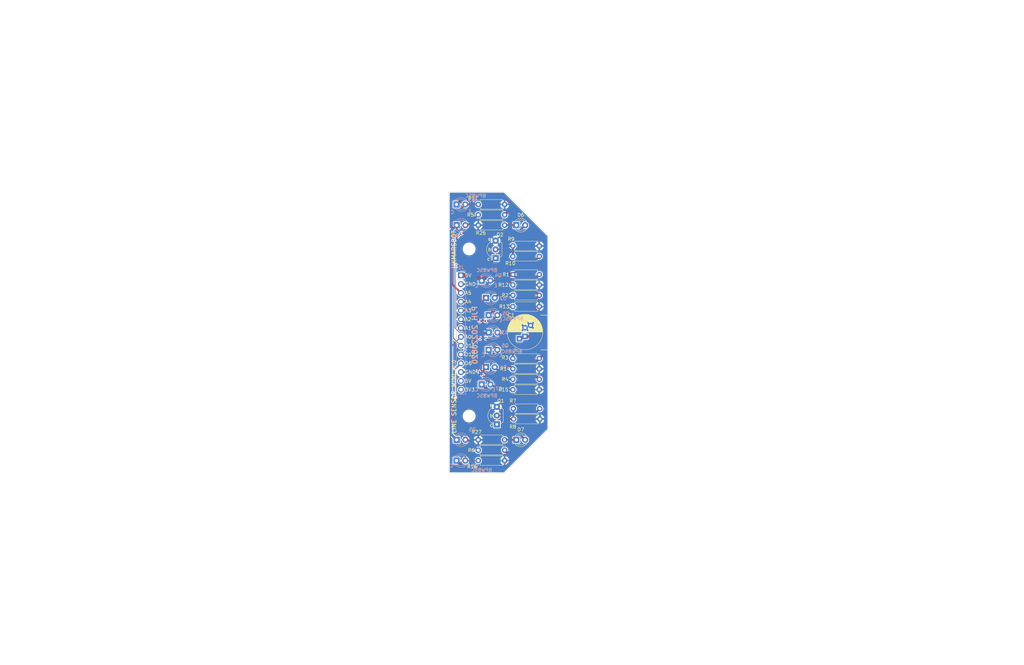
<source format=kicad_pcb>
(kicad_pcb (version 20211014) (generator pcbnew)
  (title_block (title "UKMARSBOT Template") (date "2022-08-19"))
  (layers (0 "F.Cu" signal) (31 "B.Cu" signal) (34 "B.Paste" user) (35 "F.Paste" user) (36 "B.SilkS" user "B.Silkscreen") (37 "F.SilkS" user "F.Silkscreen") (38 "B.Mask" user) (39 "F.Mask" user) (44 "Edge.Cuts" user))
  (net 0 "")
  (net 1 "GND")
  (net 2 "Net-(D1-Pad2)")
  (net 3 "Net-(D2-Pad2)")
  (net 4 "Net-(D3-Pad2)")
  (net 5 "5V")
  (net 6 "D6_LED_RIGHT")
  (net 7 "D12_EMITTERS")
  (net 8 "D11_LED_LEFT")
  (net 9 "A5_LEFT_MARKER")
  (net 10 "A4_LINE_4")
  (net 11 "Net-(Q1-Pad2)")
  (net 12 "/sensor_emitters")
  (net 13 "/marker_emitters")
  (net 15 "A3_LINE_3")
  (net 16 "A2_LINE_2")
  (net 17 "A1_LINE_1")
  (net 18 "A0_START_MARKER")
  (net 19 "Net-(D4-Pad2)")
  (net 21 "/5V_EMITTERS")
  (net 22 "Net-(D5-Pad2)")
  (net 23 "Net-(D6-Pad1)")
  (net 24 "Net-(D7-Pad1)")
  (net 25 "Net-(Q2-Pad2)")
  (footprint "ukmarsbot:TO-92_Inline_Wide_HandSolder" (layer "F.Cu") (at 152.36 131.54 90)
    (fp_text reference "Q1" (at 6.79 1.14 180) (layer "F.SilkS"))
    (fp_text value "BC337")
    (pad "1" thru_hole rect (at 0 0 90) (size 1.8 1.8) (drill 0.8) (layers *.Cu *.Mask) (net 12 "/sensor_emitters"))
    (pad "2" thru_hole circle (at 2.54 0 90) (size 1.8 1.8) (drill 0.8) (layers *.Cu *.Mask) (net 11 "Net-(Q1-Pad2)"))
    (pad "3" thru_hole circle (at 5.08 0 90) (size 1.8 1.8) (drill 0.8) (layers *.Cu *.Mask) (net 1 "GND"))
  )
  (footprint "Resistor_THT:R_Axial_DIN0207_L6.3mm_D2.5mm_P7.62mm_Horizontal" (layer "F.Cu") (at 164.62 112.5 180)
    (fp_text reference "R3" (at 9.87 0.25) (layer "F.SilkS"))
    (fp_text value "68R")
    (pad "1" thru_hole circle (at 0 0 180) (size 1.6 1.6) (drill 0.8) (layers *.Cu *.Mask) (net 21 "/5V_EMITTERS"))
    (pad "2" thru_hole oval (at 7.62 0 180) (size 1.6 1.6) (drill 0.8) (layers *.Cu *.Mask) (net 4 "Net-(D3-Pad2)"))
  )
  (footprint "Resistor_THT:R_Axial_DIN0207_L6.3mm_D2.5mm_P7.62mm_Horizontal" (layer "F.Cu") (at 157 115.5)
    (fp_text reference "R14" (at -2.25 0) (layer "F.SilkS"))
    (fp_text value "2k0")
    (pad "1" thru_hole circle (at 0 0) (size 1.6 1.6) (drill 0.8) (layers *.Cu *.Mask) (net 16 "A2_LINE_2"))
    (pad "2" thru_hole oval (at 7.62 0) (size 1.6 1.6) (drill 0.8) (layers *.Cu *.Mask) (net 1 "GND"))
  )
  (footprint "Resistor_THT:R_Axial_DIN0207_L6.3mm_D2.5mm_P7.62mm_Horizontal" (layer "F.Cu") (at 157 97.5)
    (fp_text reference "R13" (at -2.5 0) (layer "F.SilkS"))
    (fp_text value "2k0")
    (pad "1" thru_hole circle (at 0 0) (size 1.6 1.6) (drill 0.8) (layers *.Cu *.Mask) (net 15 "A3_LINE_3"))
    (pad "2" thru_hole oval (at 7.62 0) (size 1.6 1.6) (drill 0.8) (layers *.Cu *.Mask) (net 1 "GND"))
  )
  (footprint "Resistor_THT:R_Axial_DIN0207_L6.3mm_D2.5mm_P7.62mm_Horizontal" (layer "F.Cu") (at 157 91.25)
    (fp_text reference "R12" (at -2.75 0) (layer "F.SilkS"))
    (fp_text value "2k0")
    (pad "1" thru_hole circle (at 0 0) (size 1.6 1.6) (drill 0.8) (layers *.Cu *.Mask) (net 10 "A4_LINE_4"))
    (pad "2" thru_hole oval (at 7.62 0) (size 1.6 1.6) (drill 0.8) (layers *.Cu *.Mask) (net 1 "GND"))
  )
  (footprint "Resistor_THT:R_Axial_DIN0207_L6.3mm_D2.5mm_P7.62mm_Horizontal" (layer "F.Cu") (at 157 94.25)
    (fp_text reference "R2" (at -2.25 0) (layer "F.SilkS"))
    (fp_text value "68R")
    (pad "1" thru_hole circle (at 0 0) (size 1.6 1.6) (drill 0.8) (layers *.Cu *.Mask) (net 3 "Net-(D2-Pad2)"))
    (pad "2" thru_hole oval (at 7.62 0) (size 1.6 1.6) (drill 0.8) (layers *.Cu *.Mask) (net 21 "/5V_EMITTERS"))
  )
  (footprint "Resistor_THT:R_Axial_DIN0207_L6.3mm_D2.5mm_P7.62mm_Horizontal" (layer "F.Cu") (at 147 142)
    (fp_text reference "R16" (at -1.75 1.75) (layer "F.SilkS"))
    (fp_text value "2k0")
    (pad "1" thru_hole circle (at 0 0) (size 1.6 1.6) (drill 0.8) (layers *.Cu *.Mask) (net 18 "A0_START_MARKER"))
    (pad "2" thru_hole oval (at 7.62 0) (size 1.6 1.6) (drill 0.8) (layers *.Cu *.Mask) (net 1 "GND"))
  )
  (footprint "Resistor_THT:R_Axial_DIN0207_L6.3mm_D2.5mm_P7.62mm_Horizontal" (layer "F.Cu") (at 157 118.5)
    (fp_text reference "R4" (at -2.25 0) (layer "F.SilkS"))
    (fp_text value "68R")
    (pad "1" thru_hole circle (at 0 0) (size 1.6 1.6) (drill 0.8) (layers *.Cu *.Mask) (net 19 "Net-(D4-Pad2)"))
    (pad "2" thru_hole oval (at 7.62 0) (size 1.6 1.6) (drill 0.8) (layers *.Cu *.Mask) (net 21 "/5V_EMITTERS"))
  )
  (footprint "MountingHole:MountingHole_3.2mm_M3" (layer "F.Cu") (at 144.37 129.13)
    (fp_text reference "H1" hide)
    (fp_text value "MountingHole" hide)
    (pad "" np_thru_hole circle (at 0 0) (size 3.2 3.2) (drill 3.2) (layers *.Cu *.Mask))
  )
  (footprint "LED_THT:LED_D3.0mm" (layer "F.Cu") (at 158 136)
    (fp_text reference "D7" (at 1.27 -2.96) (layer "F.SilkS"))
    (fp_text value "LED")
    (pad "1" thru_hole rect (at 0 0) (size 1.8 1.8) (drill 0.9) (layers *.Cu *.Mask) (net 24 "Net-(D7-Pad1)"))
    (pad "2" thru_hole circle (at 2.54 0) (size 1.8 1.8) (drill 0.9) (layers *.Cu *.Mask) (net 6 "D6_LED_RIGHT"))
  )
  (footprint "Resistor_THT:R_Axial_DIN0207_L6.3mm_D2.5mm_P7.62mm_Horizontal" (layer "F.Cu") (at 147 71)
    (fp_text reference "R5" (at -2.25 0 180) (layer "F.SilkS"))
    (fp_text value "68R")
    (pad "1" thru_hole circle (at 0 0) (size 1.6 1.6) (drill 0.8) (layers *.Cu *.Mask) (net 2 "Net-(D1-Pad2)"))
    (pad "2" thru_hole oval (at 7.62 0) (size 1.6 1.6) (drill 0.8) (layers *.Cu *.Mask) (net 5 "5V"))
  )
  (footprint "Resistor_THT:R_Axial_DIN0207_L6.3mm_D2.5mm_P7.62mm_Horizontal" (layer "F.Cu") (at 164.75 127 180)
    (fp_text reference "R7" (at 7.75 2.25) (layer "F.SilkS"))
    (fp_text value "390")
    (pad "1" thru_hole circle (at 0 0 180) (size 1.6 1.6) (drill 0.8) (layers *.Cu *.Mask) (net 7 "D12_EMITTERS"))
    (pad "2" thru_hole oval (at 7.62 0 180) (size 1.6 1.6) (drill 0.8) (layers *.Cu *.Mask) (net 11 "Net-(Q1-Pad2)"))
  )
  (footprint "Resistor_THT:R_Axial_DIN0207_L6.3mm_D2.5mm_P7.62mm_Horizontal" (layer "F.Cu") (at 154.61 136 180)
    (fp_text reference "R27" (at 8.11 2.25) (layer "F.SilkS"))
    (fp_text value "2k0")
    (pad "1" thru_hole circle (at 0 0 180) (size 1.6 1.6) (drill 0.8) (layers *.Cu *.Mask) (net 24 "Net-(D7-Pad1)"))
    (pad "2" thru_hole oval (at 7.62 0 180) (size 1.6 1.6) (drill 0.8) (layers *.Cu *.Mask) (net 1 "GND"))
  )
  (footprint "LED_THT:LED_D3.0mm" (layer "F.Cu") (at 158 74)
    (fp_text reference "D6" (at 1.27 -2.96) (layer "F.SilkS"))
    (fp_text value "LED")
    (pad "1" thru_hole rect (at 0 0) (size 1.8 1.8) (drill 0.9) (layers *.Cu *.Mask) (net 23 "Net-(D6-Pad1)"))
    (pad "2" thru_hole circle (at 2.54 0) (size 1.8 1.8) (drill 0.9) (layers *.Cu *.Mask) (net 8 "D11_LED_LEFT"))
  )
  (footprint "ukmarsbot:TO-92_Inline_Wide_HandSolder" (layer "F.Cu") (at 152 83.54 90)
    (fp_text reference "Q2" (at 6.79 1.25 180) (layer "F.SilkS"))
    (fp_text value "BC337")
    (pad "1" thru_hole rect (at 0 0 90) (size 1.8 1.8) (drill 0.8) (layers *.Cu *.Mask) (net 13 "/marker_emitters"))
    (pad "2" thru_hole circle (at 2.54 0 90) (size 1.8 1.8) (drill 0.8) (layers *.Cu *.Mask) (net 25 "Net-(Q2-Pad2)"))
    (pad "3" thru_hole circle (at 5.08 0 90) (size 1.8 1.8) (drill 0.8) (layers *.Cu *.Mask) (net 1 "GND"))
  )
  (footprint "Resistor_THT:R_Axial_DIN0207_L6.3mm_D2.5mm_P7.62mm_Horizontal" (layer "F.Cu") (at 147 68)
    (fp_text reference "R11" (at -1.5 -1.75) (layer "F.SilkS"))
    (fp_text value "2k0")
    (pad "1" thru_hole circle (at 0 0) (size 1.6 1.6) (drill 0.8) (layers *.Cu *.Mask) (net 9 "A5_LEFT_MARKER"))
    (pad "2" thru_hole oval (at 7.62 0) (size 1.6 1.6) (drill 0.8) (layers *.Cu *.Mask) (net 1 "GND"))
  )
  (footprint "Resistor_THT:R_Axial_DIN0207_L6.3mm_D2.5mm_P7.62mm_Horizontal" (layer "F.Cu") (at 157 121.5)
    (fp_text reference "R15" (at -2.75 0) (layer "F.SilkS"))
    (fp_text value "2k0")
    (pad "1" thru_hole circle (at 0 0) (size 1.6 1.6) (drill 0.8) (layers *.Cu *.Mask) (net 17 "A1_LINE_1"))
    (pad "2" thru_hole oval (at 7.62 0) (size 1.6 1.6) (drill 0.8) (layers *.Cu *.Mask) (net 1 "GND"))
  )
  (footprint "Resistor_THT:R_Axial_DIN0207_L6.3mm_D2.5mm_P7.62mm_Horizontal" (layer "F.Cu") (at 154.62 139 180)
    (fp_text reference "R6" (at 9.62 0) (layer "F.SilkS"))
    (fp_text value "68R")
    (pad "1" thru_hole circle (at 0 0 180) (size 1.6 1.6) (drill 0.8) (layers *.Cu *.Mask) (net 5 "5V"))
    (pad "2" thru_hole oval (at 7.62 0 180) (size 1.6 1.6) (drill 0.8) (layers *.Cu *.Mask) (net 22 "Net-(D5-Pad2)"))
  )
  (footprint "MountingHole:MountingHole_3.2mm_M3" (layer "F.Cu") (at 144.37 80.87)
    (fp_text reference "H2" hide)
    (fp_text value "MountingHole" hide)
    (pad "" np_thru_hole circle (at 0 0) (size 3.2 3.2) (drill 3.2) (layers *.Cu *.Mask))
  )
  (footprint "Resistor_THT:R_Axial_DIN0207_L6.3mm_D2.5mm_P7.62mm_Horizontal" (layer "F.Cu") (at 164.62 83 180)
    (fp_text reference "R9" (at 8.12 5) (layer "F.SilkS"))
    (fp_text value "390")
    (pad "1" thru_hole circle (at 0 0 180) (size 1.6 1.6) (drill 0.8) (layers *.Cu *.Mask) (net 7 "D12_EMITTERS"))
    (pad "2" thru_hole oval (at 7.62 0 180) (size 1.6 1.6) (drill 0.8) (layers *.Cu *.Mask) (net 25 "Net-(Q2-Pad2)"))
  )
  (footprint "Resistor_THT:R_Axial_DIN0207_L6.3mm_D2.5mm_P7.62mm_Horizontal" (layer "F.Cu") (at 157 80)
    (fp_text reference "R10" (at -0.75 5) (layer "F.SilkS"))
    (fp_text value "10k")
    (pad "1" thru_hole circle (at 0 0) (size 1.6 1.6) (drill 0.8) (layers *.Cu *.Mask) (net 25 "Net-(Q2-Pad2)"))
    (pad "2" thru_hole oval (at 7.62 0) (size 1.6 1.6) (drill 0.8) (layers *.Cu *.Mask) (net 1 "GND"))
  )
  (footprint "Capacitor_THT:CP_Radial_D10.0mm_P2.50mm_P5.00mm" (layer "F.Cu") (at 160.5 106.117677 90)
    (fp_text reference "C1" (at 6.117677 -4 180) (layer "F.SilkS"))
    (fp_text value "470uF")
    (pad "1" thru_hole rect (at -0.670937 -1.6 90) (size 1.6 1.6) (drill 0.8) (layers *.Cu *.Mask) (net 21 "/5V_EMITTERS"))
    (pad "1" thru_hole rect (at 0 0 90) (size 1.6 1.6) (drill 0.8) (layers *.Cu *.Mask) (net 21 "/5V_EMITTERS"))
    (pad "2" thru_hole circle (at 2.5 0 90) (size 1.6 1.6) (drill 0.8) (layers *.Cu *.Mask) (net 1 "GND"))
    (pad "2" thru_hole circle (at 3.170937 1.6 90) (size 1.6 1.6) (drill 0.8) (layers *.Cu *.Mask) (net 1 "GND"))
  )
  (footprint "Resistor_THT:R_Axial_DIN0207_L6.3mm_D2.5mm_P7.62mm_Horizontal" (layer "F.Cu") (at 157.19 130)
    (fp_text reference "R8" (at -0.19 2.25) (layer "F.SilkS"))
    (fp_text value "10k")
    (pad "1" thru_hole circle (at 0 0) (size 1.6 1.6) (drill 0.8) (layers *.Cu *.Mask) (net 11 "Net-(Q1-Pad2)"))
    (pad "2" thru_hole oval (at 7.62 0) (size 1.6 1.6) (drill 0.8) (layers *.Cu *.Mask) (net 1 "GND"))
  )
  (footprint "Resistor_THT:R_Axial_DIN0207_L6.3mm_D2.5mm_P7.62mm_Horizontal" (layer "F.Cu") (at 154.61 74 180)
    (fp_text reference "R26" (at 6.86 -2.25) (layer "F.SilkS"))
    (fp_text value "2k0")
    (pad "1" thru_hole circle (at 0 0 180) (size 1.6 1.6) (drill 0.8) (layers *.Cu *.Mask) (net 23 "Net-(D6-Pad1)"))
    (pad "2" thru_hole oval (at 7.62 0 180) (size 1.6 1.6) (drill 0.8) (layers *.Cu *.Mask) (net 1 "GND"))
  )
  (footprint "Resistor_THT:R_Axial_DIN0207_L6.3mm_D2.5mm_P7.62mm_Horizontal" (layer "F.Cu") (at 164.62 88.25 180)
    (fp_text reference "R1" (at 9.62 0) (layer "F.SilkS"))
    (fp_text value "33R")
    (pad "1" thru_hole circle (at 0 0 180) (size 1.6 1.6) (drill 0.8) (layers *.Cu *.Mask) (net 21 "/5V_EMITTERS"))
    (pad "2" thru_hole oval (at 7.62 0 180) (size 1.6 1.6) (drill 0.8) (layers *.Cu *.Mask) (net 5 "5V"))
  )
  (footprint "LED_THT:LED_D3.0mm" (layer "B.Cu") (at 140.75 74)
    (fp_text reference "D1" (at -0.25 2.96) (layer "B.SilkS") (effects (justify mirror)))
    (fp_text value "LED")
    (pad "1" thru_hole rect (at 0 0) (size 1.8 1.8) (drill 0.9) (layers *.Cu *.Mask) (net 13 "/marker_emitters"))
    (pad "2" thru_hole circle (at 2.54 0) (size 1.8 1.8) (drill 0.9) (layers *.Cu *.Mask) (net 2 "Net-(D1-Pad2)"))
  )
  (footprint "LED_THT:LED_D3.0mm" (layer "B.Cu") (at 149.225 115)
    (fp_text reference "D4" (at 5.025 0) (layer "B.SilkS") (effects (justify mirror)))
    (fp_text value "LED")
    (pad "1" thru_hole rect (at 0 0) (size 1.8 1.8) (drill 0.9) (layers *.Cu *.Mask) (net 12 "/sensor_emitters"))
    (pad "2" thru_hole circle (at 2.54 0) (size 1.8 1.8) (drill 0.9) (layers *.Cu *.Mask) (net 19 "Net-(D4-Pad2)"))
  )
  (footprint "ukmarsbot:Phototransistor_3mm_Vertical_Clear" (layer "B.Cu") (at 149.25 120)
    (fp_text reference "Q7" (at 3.75 1.25 180) (layer "B.SilkS") (effects (justify mirror)))
    (fp_text value "BPW85C" (at 0.25 3.25 180) (layer "B.SilkS") (effects (justify mirror)))
    (fp_text user "E" (at 2.23 1.5 unlocked) (layer "B.SilkS") (effects (justify mirror)))
    (fp_text user "C" (at -2.77 1.5 unlocked) (layer "B.SilkS") (effects (justify mirror)))
    (pad "1" thru_hole rect (at -1.27 0) (size 1.8 1.8) (drill 0.9) (layers *.Cu *.Mask) (net 5 "5V"))
    (pad "2" thru_hole circle (at 1.27 0) (size 1.8 1.8) (drill 0.9) (layers *.Cu *.Mask) (net 17 "A1_LINE_1"))
  )
  (footprint "ukmarsbot:Phototransistor_3mm_Vertical_Clear" (layer "B.Cu") (at 151.25 100)
    (fp_text reference "Q5" (at 3.75 -0.5 180) (layer "B.SilkS") (effects (justify mirror)))
    (fp_text value "BPW85C" (at 5.75 1 180) (layer "B.SilkS") (effects (justify mirror)))
    (fp_text user "C" (at -2.77 1.5 unlocked) (layer "B.SilkS") (effects (justify mirror)))
    (fp_text user "E" (at 2.23 1.5 unlocked) (layer "B.SilkS") (effects (justify mirror)))
    (pad "1" thru_hole rect (at -1.27 0) (size 1.8 1.8) (drill 0.9) (layers *.Cu *.Mask) (net 5 "5V"))
    (pad "2" thru_hole circle (at 1.27 0) (size 1.8 1.8) (drill 0.9) (layers *.Cu *.Mask) (net 15 "A3_LINE_3"))
  )
  (footprint "ukmarsbot:Phototransistor_3mm_Vertical_Clear" (layer "B.Cu") (at 149.25 90)
    (fp_text reference "Q4" (at 3.5 -1.5 180) (layer "B.SilkS") (effects (justify mirror)))
    (fp_text value "BPW85C" (at 0.25 -3 180) (layer "B.SilkS") (effects (justify mirror)))
    (fp_text user "C" (at -2.75 1.5 unlocked) (layer "B.SilkS") (effects (justify mirror)))
    (fp_text user "E" (at 2.75 1.5 unlocked) (layer "B.SilkS") (effects (justify mirror)))
    (pad "1" thru_hole rect (at -1.27 0) (size 1.8 1.8) (drill 0.9) (layers *.Cu *.Mask) (net 5 "5V"))
    (pad "2" thru_hole circle (at 1.27 0) (size 1.8 1.8) (drill 0.9) (layers *.Cu *.Mask) (net 10 "A4_LINE_4"))
  )
  (footprint "LED_THT:LED_D3.0mm" (layer "B.Cu") (at 150 105)
    (fp_text reference "D3" (at 4.775 0) (layer "B.SilkS") (effects (justify mirror)))
    (fp_text value "LED")
    (pad "1" thru_hole rect (at 0 0) (size 1.8 1.8) (drill 0.9) (layers *.Cu *.Mask) (net 12 "/sensor_emitters"))
    (pad "2" thru_hole circle (at 2.54 0) (size 1.8 1.8) (drill 0.9) (layers *.Cu *.Mask) (net 4 "Net-(D3-Pad2)"))
  )
  (footprint "ukmarsbot:Phototransistor_3mm_Vertical_Clear" (layer "B.Cu") (at 142 142)
    (fp_text reference "Q8" (at 4 1.5 180) (layer "B.SilkS") (effects (justify mirror)))
    (fp_text value "BPW85C" (at 6 2.75 180) (layer "B.SilkS") (effects (justify mirror)))
    (fp_text user "E" (at 2.23 1.5 unlocked) (layer "B.SilkS") (effects (justify mirror)))
    (fp_text user "C" (at -2.77 1.5 unlocked) (layer "B.SilkS") (effects (justify mirror)))
    (pad "1" thru_hole rect (at -1.27 0) (size 1.8 1.8) (drill 0.9) (layers *.Cu *.Mask) (net 5 "5V"))
    (pad "2" thru_hole circle (at 1.27 0) (size 1.8 1.8) (drill 0.9) (layers *.Cu *.Mask) (net 18 "A0_START_MARKER"))
  )
  (footprint "LED_THT:LED_D3.0mm" (layer "B.Cu") (at 140.75 136)
    (fp_text reference "D5" (at 4.5 -3) (layer "B.SilkS") (effects (justify mirror)))
    (fp_text value "LED")
    (pad "1" thru_hole rect (at 0 0) (size 1.8 1.8) (drill 0.9) (layers *.Cu *.Mask) (net 13 "/marker_emitters"))
    (pad "2" thru_hole circle (at 2.54 0) (size 1.8 1.8) (drill 0.9) (layers *.Cu *.Mask) (net 22 "Net-(D5-Pad2)"))
  )
  (footprint "ukmarsbot:PinHeader_1x14_P2.54mm_Vertical" (layer "B.Cu") (at 142 88.49 180)
    (fp_text reference "J1" (at 0 2.33) (layer "B.SilkS") (effects (justify mirror)))
    (fp_text value "SENSORS")
    (pad "1" thru_hole rect (at 0 0 180) (size 1.7 1.7) (drill 1) (layers *.Cu *.Mask) (net 5 "5V"))
    (pad "2" thru_hole oval (at 0 -2.54 180) (size 1.7 1.7) (drill 1) (layers *.Cu *.Mask) (net 1 "GND"))
    (pad "3" thru_hole oval (at 0 -5.08 180) (size 1.7 1.7) (drill 1) (layers *.Cu *.Mask) (net 9 "A5_LEFT_MARKER"))
    (pad "4" thru_hole oval (at 0 -7.62 180) (size 1.7 1.7) (drill 1) (layers *.Cu *.Mask) (net 10 "A4_LINE_4"))
    (pad "5" thru_hole oval (at 0 -10.16 180) (size 1.7 1.7) (drill 1) (layers *.Cu *.Mask) (net 15 "A3_LINE_3"))
    (pad "6" thru_hole oval (at 0 -12.7 180) (size 1.7 1.7) (drill 1) (layers *.Cu *.Mask) (net 16 "A2_LINE_2"))
    (pad "7" thru_hole oval (at 0 -15.24 180) (size 1.7 1.7) (drill 1) (layers *.Cu *.Mask) (net 17 "A1_LINE_1"))
    (pad "8" thru_hole oval (at 0 -17.78 180) (size 1.7 1.7) (drill 1) (layers *.Cu *.Mask) (net 18 "A0_START_MARKER"))
    (pad "9" thru_hole oval (at 0 -20.32 180) (size 1.7 1.7) (drill 1) (layers *.Cu *.Mask) (net 8 "D11_LED_LEFT"))
    (pad "10" thru_hole oval (at 0 -22.86 180) (size 1.7 1.7) (drill 1) (layers *.Cu *.Mask) (net 7 "D12_EMITTERS"))
    (pad "11" thru_hole oval (at 0 -25.4 180) (size 1.7 1.7) (drill 1) (layers *.Cu *.Mask) (net 6 "D6_LED_RIGHT"))
    (pad "12" thru_hole oval (at 0 -27.94 180) (size 1.7 1.7) (drill 1) (layers *.Cu *.Mask) (net 1 "GND"))
    (pad "13" thru_hole oval (at 0 -30.48 180) (size 1.7 1.7) (drill 1) (layers *.Cu *.Mask))
    (pad "14" thru_hole oval (at 0 -33.02 180) (size 1.7 1.7) (drill 1) (layers *.Cu *.Mask))
  )
  (footprint "ukmarsbot:Phototransistor_3mm_Vertical_Clear" (layer "B.Cu") (at 142 68)
    (fp_text reference "Q3" (at 3.25 -1.25 180) (layer "B.SilkS") (effects (justify mirror)))
    (fp_text value "BPW85C" (at 4.25 -2.5 180) (layer "B.SilkS") (effects (justify mirror)))
    (fp_text user "E" (at 2.5 2 unlocked) (layer "B.SilkS") (effects (justify mirror)))
    (fp_text user "C" (at -2.5 2.25 unlocked) (layer "B.SilkS") (effects (justify mirror)))
    (pad "1" thru_hole rect (at -1.27 0) (size 1.8 1.8) (drill 0.9) (layers *.Cu *.Mask) (net 5 "5V"))
    (pad "2" thru_hole circle (at 1.27 0) (size 1.8 1.8) (drill 0.9) (layers *.Cu *.Mask) (net 9 "A5_LEFT_MARKER"))
  )
  (footprint "LED_THT:LED_D3.0mm" (layer "B.Cu") (at 149.225 95)
    (fp_text reference "D2" (at 4.95 0.17) (layer "B.SilkS") (effects (justify mirror)))
    (fp_text value "LED")
    (pad "1" thru_hole rect (at 0 0) (size 1.8 1.8) (drill 0.9) (layers *.Cu *.Mask) (net 12 "/sensor_emitters"))
    (pad "2" thru_hole circle (at 2.54 0) (size 1.8 1.8) (drill 0.9) (layers *.Cu *.Mask) (net 3 "Net-(D2-Pad2)"))
  )
  (footprint "ukmarsbot:Phototransistor_3mm_Vertical_Clear" (layer "B.Cu") (at 151.25 110)
    (fp_text reference "Q6" (at 3.5 -1.25 180) (layer "B.SilkS") (effects (justify mirror)))
    (fp_text value "BPW85C" (at 5.5 0.5 180) (layer "B.SilkS") (effects (justify mirror)))
    (fp_text user "C" (at -2.77 1.5 unlocked) (layer "B.SilkS") (effects (justify mirror)))
    (fp_text user "E" (at 2.23 1.5 unlocked) (layer "B.SilkS") (effects (justify mirror)))
    (pad "1" thru_hole rect (at -1.27 0) (size 1.8 1.8) (drill 0.9) (layers *.Cu *.Mask) (net 5 "5V"))
    (pad "2" thru_hole circle (at 1.27 0) (size 1.8 1.8) (drill 0.9) (layers *.Cu *.Mask) (net 16 "A2_LINE_2"))
  )
  (gr_line (start 167 100) (end 165 100) (layer "F.SilkS") (width 0.15))
  (gr_line (start 167 110) (end 165 110) (layer "F.SilkS") (width 0.15))
  (gr_line (start 154.53 64.36) (end 167.23 77.06) (layer "Edge.Cuts") (width 0.1))
  (gr_line (start 167.23 132.94) (end 154.53 145.64) (layer "Edge.Cuts") (width 0.1))
  (gr_line (start 167.23 77.06) (end 167.23 132.94) (layer "Edge.Cuts") (width 0.1))
  (gr_line (start 154.53 145.64) (end 138.528 145.64) (layer "Edge.Cuts") (width 0.1))
  (gr_line (start 138.528 64.36) (end 154.53 64.36) (layer "Edge.Cuts") (width 0.1))
  (gr_line (start 138.528 145.64) (end 138.528 64.36) (layer "Edge.Cuts") (width 0.1))
  (gr_text "PJH 20220820" (at 146 105.75 90) (layer "B.SilkS") (effects (font (size 1.5 1.5) (thickness 0.3)) (justify mirror)))
  (gr_text "5V" (at 143.1 118.97) (layer "F.SilkS") (effects (font (size 1 1)) (justify left)))
  (gr_text "A3" (at 143.1 98.65) (layer "F.SilkS") (effects (font (size 1 1)) (justify left)))
  (gr_text "LINE SENSOR MINI" (at 140 125.5 90) (layer "F.SilkS") (effects (font (size 1.25 1.25) (thickness 0.2))))
  (gr_text "c" (at 150 83.75) (layer "F.SilkS") (effects (font (size 1 1))))
  (gr_text "3V3" (at 143.1 121.51) (layer "F.SilkS") (effects (font (size 1 1)) (justify left)))
  (gr_text "c" (at 150.75 131.75) (layer "F.SilkS") (effects (font (size 1 1))))
  (gr_text "D6" (at 143.1 113.89) (layer "F.SilkS") (effects (font (size 1 1)) (justify left)))
  (gr_text "A0" (at 143.1 106.27) (layer "F.SilkS") (effects (font (size 1 1)) (justify left)))
  (gr_text "e" (at 150.75 126) (layer "F.SilkS") (effects (font (size 1 1))))
  (gr_text "GND" (at 143.1 91.03) (layer "F.SilkS") (effects (font (size 1 1)) (justify left)))
  (gr_text "V1.0" (at 140 114.5 90) (layer "F.SilkS") (effects (font (size 1 1))))
  (gr_text "A4" (at 143.1 96.11) (layer "F.SilkS") (effects (font (size 1 1)) (justify left)))
  (gr_text "D11" (at 143.1 108.81) (layer "F.SilkS") (effects (font (size 1 1)) (justify left)))
  (gr_text "GND" (at 143.1 116.43) (layer "F.SilkS") (effects (font (size 1 1)) (justify left)))
  (gr_text "UKMARSBOT" (at 140 81 90) (layer "F.SilkS") (effects (font (size 1.25 1.25) (thickness 0.2))))
  (gr_text "A2" (at 143.1 101.19) (layer "F.SilkS") (effects (font (size 1 1)) (justify left)))
  (gr_text "A1" (at 143.1 103.73) (layer "F.SilkS") (effects (font (size 1 1)) (justify left)))
  (gr_text "A5" (at 143.1 93.57) (layer "F.SilkS") (effects (font (size 1 1)) (justify left)))
  (gr_text "5V" (at 143.1 88.49) (layer "F.SilkS") (effects (font (size 1 1)) (justify left)))
  (gr_text "D12" (at 143.1 111.35) (layer "F.SilkS") (effects (font (size 1 1)) (justify left)))
  (gr_text "e" (at 150.25 78) (layer "F.SilkS") (effects (font (size 1 1))))
  (gr_text "b" (at 150.75 129) (layer "F.SilkS") (effects (font (size 1 1))))
  (gr_text "b" (at 150.25 81) (layer "F.SilkS") (effects (font (size 1 1))))
  (segment (start 143.29 74) (end 144 74) (width 0.5) (layer "F.Cu") (net 2))
  (segment (start 144 74) (end 147 71) (width 0.5) (layer "F.Cu") (net 2))
  (segment (start 152.515 94.25) (end 157 94.25) (width 0.5) (layer "F.Cu") (net 3))
  (segment (start 151.765 95) (end 152.515 94.25) (width 0.5) (layer "F.Cu") (net 3))
  (segment (start 152.54 105) (end 157 109.46) (width 0.5) (layer "F.Cu") (net 4))
  (segment (start 157 109.46) (end 157 112.5) (width 0.5) (layer "F.Cu") (net 4))
  (segment (start 150 110.7) (end 156.3 117) (width 0.5) (layer "F.Cu") (net 5))
  (segment (start 164.408202 120.055969) (end 166.444031 120.055969) (width 0.5) (layer "F.Cu") (net 5))
  (segment (start 157.187638 68.562362) (end 153.875276 65.25) (width 0.75) (layer "F.Cu") (net 5))
  (segment (start 166.444031 86.444031) (end 166.444031 77.818756) (width 0.75) (layer "F.Cu") (net 5))
  (segment (start 154.01548 144.75) (end 143.5 144.75) (width 0.75) (layer "F.Cu") (net 5))
  (segment (start 150 110) (end 150 110.7) (width 0.5) (layer "F.Cu") (net 5))
  (segment (start 142 88.49) (end 146.47 88.49) (width 1.25) (layer "F.Cu") (net 5))
  (segment (start 166.444031 77.818756) (end 157.187638 68.562362) (width 0.75) (layer "F.Cu") (net 5))
  (segment (start 150 100) (end 154.1 95.9) (width 0.5) (layer "F.Cu") (net 5))
  (segment (start 166.444031 86.444031) (end 166.444031 119.805969) (width 0.75) (layer "F.Cu") (net 5))
  (segment (start 151.169031 123.194031) (end 166.444031 123.194031) (width 0.5) (layer "F.Cu") (net 5))
  (segment (start 156.3 117) (end 161.352233 117) (width 0.5) (layer "F.Cu") (net 5))
  (segment (start 149.73 88.25) (end 157 88.25) (width 1.25) (layer "F.Cu") (net 5))
  (segment (start 154.1 95.9) (end 158 95.9) (width 0.5) (layer "F.Cu") (net 5))
  (segment (start 166.444031 119.805969) (end 166.444031 120.055969) (width 0.75) (layer "F.Cu") (net 5))
  (segment (start 166.444031 132.321449) (end 157.25774 141.50774) (width 0.75) (layer "F.Cu") (net 5))
  (segment (start 166.444031 123.194031) (end 166.444031 132.321449) (width 0.75) (layer "F.Cu") (net 5))
  (segment (start 157 88.25) (end 158.805969 86.444031) (width 0.5) (layer "F.Cu") (net 5))
  (segment (start 158.805969 86.444031) (end 166.444031 86.444031) (width 0.5) (layer "F.Cu") (net 5))
  (segment (start 147.975 120) (end 151.169031 123.194031) (width 0.5) (layer "F.Cu") (net 5))
  (segment (start 166.444031 120.055969) (end 166.444031 123.194031) (width 0.75) (layer "F.Cu") (net 5))
  (segment (start 143.5 144.75) (end 140.75 142) (width 0.75) (layer "F.Cu") (net 5))
  (segment (start 153.875276 65.25) (end 143.5 65.25) (width 0.75) (layer "F.Cu") (net 5))
  (segment (start 158.9 90.15) (end 157 88.25) (width 0.5) (layer "F.Cu") (net 5))
  (segment (start 154.62 71) (end 157.057638 68.562362) (width 0.75) (layer "F.Cu") (net 5))
  (segment (start 146.47 88.49) (end 147.98 90) (width 1.25) (layer "F.Cu") (net 5))
  (segment (start 158.9 95) (end 158.9 90.15) (width 0.5) (layer "F.Cu") (net 5))
  (segment (start 158 95.9) (end 158.9 95) (width 0.5) (layer "F.Cu") (net 5))
  (segment (start 157.12774 141.50774) (end 157.25774 141.50774) (width 0.75) (layer "F.Cu") (net 5))
  (segment (start 157.25774 141.50774) (end 154.01548 144.75) (width 0.75) (layer "F.Cu") (net 5))
  (segment (start 147.98 90) (end 149.73 88.25) (width 1.25) (layer "F.Cu") (net 5))
  (segment (start 143.5 65.25) (end 140.75 68) (width 0.75) (layer "F.Cu") (net 5))
  (segment (start 154.62 139) (end 157.12774 141.50774) (width 0.75) (layer "F.Cu") (net 5))
  (segment (start 157.057638 68.562362) (end 157.187638 68.562362) (width 0.75) (layer "F.Cu") (net 5))
  (segment (start 161.352233 117) (end 164.408202 120.055969) (width 0.5) (layer "F.Cu") (net 5))
  (segment (start 143.410756 134.65) (end 159.19 134.65) (width 0.5) (layer "F.Cu") (net 6))
  (segment (start 139.800499 131.039743) (end 143.410756 134.65) (width 0.5) (layer "F.Cu") (net 6))
  (segment (start 140.25 123.75) (end 139.800499 124.199501) (width 0.5) (layer "F.Cu") (net 6))
  (segment (start 139.800499 124.199501) (end 139.800499 131.039743) (width 0.5) (layer "F.Cu") (net 6))
  (segment (start 159.19 134.65) (end 160.54 136) (width 0.5) (layer "F.Cu") (net 6))
  (via (at 140.25 123.75) (size 0.8) (drill 0.4) (layers "F.Cu" "B.Cu") (net 6))
  (segment (start 140 123.5) (end 140.25 123.75) (width 0.5) (layer "B.Cu") (net 6))
  (segment (start 140 115.89) (end 140 123.5) (width 0.5) (layer "B.Cu") (net 6))
  (segment (start 142 113.89) (end 140 115.89) (width 0.5) (layer "B.Cu") (net 6))
  (segment (start 164.75 127) (end 158 133.75) (width 0.5) (layer "F.Cu") (net 7))
  (segment (start 161.92 85.7) (end 164.62 83) (width 0.5) (layer "F.Cu") (net 7))
  (segment (start 140.5 126) (end 143.75 122.75) (width 0.5) (layer "F.Cu") (net 7))
  (segment (start 143.75 122.75) (end 143.75 113.1) (width 0.5) (layer "F.Cu") (net 7))
  (segment (start 140.5 130.75) (end 140.5 126) (width 0.5) (layer "F.Cu") (net 7))
  (segment (start 158 133.75) (end 143.5 133.75) (width 0.5) (layer "F.Cu") (net 7))
  (segment (start 143.75 113.1) (end 142 111.35) (width 0.5) (layer "F.Cu") (net 7))
  (segment (start 140.7 85.7) (end 161.92 85.7) (width 0.5) (layer "F.Cu") (net 7))
  (segment (start 143.5 133.75) (end 140.5 130.75) (width 0.5) (layer "F.Cu") (net 7))
  (via (at 140.7 85.7) (size 0.8) (drill 0.4) (layers "F.Cu" "B.Cu") (net 7))
  (segment (start 141.504511 104.904511) (end 140.302002 103.702002) (width 0.25) (layer "B.Cu") (net 7))
  (segment (start 140.302002 103.702002) (end 140.302002 86.097998) (width 0.25) (layer "B.Cu") (net 7))
  (segment (start 143.174511 110.175489) (end 143.174511 105.592523) (width 0.25) (layer "B.Cu") (net 7))
  (segment (start 143.174511 105.592523) (end 142.486499 104.904511) (width 0.25) (layer "B.Cu") (net 7))
  (segment (start 140.302002 86.097998) (end 140.7 85.7) (width 0.25) (layer "B.Cu") (net 7))
  (segment (start 142 111.35) (end 143.174511 110.175489) (width 0.25) (layer "B.Cu") (net 7))
  (segment (start 142.486499 104.904511) (end 141.504511 104.904511) (width 0.25) (layer "B.Cu") (net 7))
  (segment (start 160.54 74) (end 158.24 76.3) (width 0.5) (layer "F.Cu") (net 8))
  (segment (start 158.24 76.3) (end 142.2 76.3) (width 0.5) (layer "F.Cu") (net 8))
  (via (at 142.2 76.3) (size 0.8) (drill 0.4) (layers "F.Cu" "B.Cu") (net 8))
  (segment (start 139.852501 78.647499) (end 142.2 76.3) (width 0.25) (layer "B.Cu") (net 8))
  (segment (start 142 108.81) (end 139.852501 106.662501) (width 0.25) (layer "B.Cu") (net 8))
  (segment (start 139.852501 106.662501) (end 139.852501 78.647499) (width 0.25) (layer "B.Cu") (net 8))
  (segment (start 143.29 68) (end 139.4 71.89) (width 0.5) (layer "F.Cu") (net 9))
  (segment (start 143.29 68) (end 147 68) (width 0.5) (layer "F.Cu") (net 9))
  (segment (start 139.4 71.89) (end 139.4 90.97) (width 0.5) (layer "F.Cu") (net 9))
  (segment (start 139.4 90.97) (end 142 93.57) (width 0.5) (layer "F.Cu") (net 9))
  (segment (start 150.52 90) (end 155.75 90) (width 0.5) (layer "F.Cu") (net 10))
  (segment (start 142 96.11) (end 144.41 96.11) (width 0.5) (layer "F.Cu") (net 10))
  (segment (start 155.75 90) (end 157 91.25) (width 0.5) (layer "F.Cu") (net 10))
  (segment (start 144.41 96.11) (end 150.52 90) (width 0.5) (layer "F.Cu") (net 10))
  (segment (start 157.13 129.94) (end 157.19 130) (width 0.5) (layer "F.Cu") (net 11))
  (segment (start 157.13 127) (end 157.13 129.94) (width 0.5) (layer "F.Cu") (net 11))
  (segment (start 152.36 129) (end 154 129) (width 0.5) (layer "F.Cu") (net 11))
  (segment (start 154 129) (end 155 130) (width 0.5) (layer "F.Cu") (net 11))
  (segment (start 155 130) (end 157.19 130) (width 0.5) (layer "F.Cu") (net 11))
  (segment (start 149.225 115.275) (end 146 118.5) (width 0.5) (layer "F.Cu") (net 12))
  (segment (start 148.3495 114.1245) (end 149.225 115) (width 0.5) (layer "F.Cu") (net 12))
  (segment (start 148.3 95.925) (end 148.3 103.3) (width 0.5) (layer "F.Cu") (net 12))
  (segment (start 149.225 115) (end 149.225 115.275) (width 0.5) (layer "F.Cu") (net 12))
  (segment (start 149.225 95) (end 148.3 95.925) (width 0.5) (layer "F.Cu") (net 12))
  (segment (start 146 118.5) (end 146 125.18) (width 0.5) (layer "F.Cu") (net 12))
  (segment (start 150 105) (end 149.2 105) (width 0.5) (layer "F.Cu") (net 12))
  (segment (start 148.3495 105.8505) (end 148.3495 114.1245) (width 0.5) (layer "F.Cu") (net 12))
  (segment (start 149.2 105) (end 148.3495 105.8505) (width 0.5) (layer "F.Cu") (net 12))
  (segment (start 148.3 103.3) (end 150 105) (width 0.5) (layer "F.Cu") (net 12))
  (segment (start 146 125.18) (end 152.36 131.54) (width 0.5) (layer "F.Cu") (net 12))
  (segment (start 140.75 83) (end 142.35 84.6) (width 0.5) (layer "F.Cu") (net 13))
  (segment (start 150.94 84.6) (end 152 83.54) (width 0.5) (layer "F.Cu") (net 13))
  (segment (start 142.35 84.6) (end 150.94 84.6) (width 0.5) (layer "F.Cu") (net 13))
  (segment (start 140.75 74) (end 140.75 83) (width 0.5) (layer "F.Cu") (net 13))
  (segment (start 140.75 74) (end 139.153 75.597) (width 0.75) (layer "B.Cu") (net 13))
  (segment (start 139.153 75.597) (end 139.153 134.403) (width 0.75) (layer "B.Cu") (net 13))
  (segment (start 139.153 134.403) (end 140.75 136) (width 0.75) (layer "B.Cu") (net 13))
  (segment (start 142 98.65) (end 144.4005 98.65) (width 0.5) (layer "F.Cu") (net 15))
  (segment (start 155.04 97.5) (end 152.54 100) (width 0.5) (layer "F.Cu") (net 15))
  (segment (start 144.4005 98.65) (end 147.4505 101.7) (width 0.5) (layer "F.Cu") (net 15))
  (segment (start 149.4 101.7) (end 150.84 101.7) (width 0.5) (layer "F.Cu") (net 15))
  (segment (start 150.84 101.7) (end 152.54 100) (width 0.5) (layer "F.Cu") (net 15))
  (segment (start 157 97.5) (end 155.04 97.5) (width 0.5) (layer "F.Cu") (net 15))
  (via (at 147.4505 101.7) (size 0.8) (drill 0.4) (layers "F.Cu" "B.Cu") (net 15))
  (via (at 149.4 101.7) (size 0.8) (drill 0.4) (layers "F.Cu" "B.Cu") (net 15))
  (segment (start 149.4 101.7) (end 147.4505 101.7) (width 0.5) (layer "B.Cu") (net 15))
  (segment (start 149.22 106.68) (end 152.54 110) (width 0.5) (layer "F.Cu") (net 16))
  (segment (start 152.54 111.04) (end 157 115.5) (width 0.5) (layer "F.Cu") (net 16))
  (segment (start 152.54 110) (end 152.54 111.04) (width 0.5) (layer "F.Cu") (net 16))
  (segment (start 142 101.19) (end 147.5 106.69) (width 0.5) (layer "F.Cu") (net 16))
  (segment (start 147.5 106.69) (end 147.5 106.7) (width 0.5) (layer "F.Cu") (net 16))
  (via (at 147.5 106.7) (size 0.8) (drill 0.4) (layers "F.Cu" "B.Cu") (net 16))
  (via (at 149.22 106.68) (size 0.8) (drill 0.4) (layers "F.Cu" "B.Cu") (net 16))
  (segment (start 147.52 106.68) (end 147.5 106.7) (width 0.5) (layer "B.Cu") (net 16))
  (segment (start 149.22 106.68) (end 147.52 106.68) (width 0.5) (layer "B.Cu") (net 16))
  (segment (start 142 103.73) (end 146.974312 108.704312) (width 0.5) (layer "F.Cu") (net 17))
  (segment (start 152.4 121.5) (end 148.300688 117.400688) (width 0.5) (layer "F.Cu") (net 17))
  (segment (start 146.974312 108.704312) (end 146.974312 116.074312) (width 0.5) (layer "F.Cu") (net 17))
  (segment (start 157 121.5) (end 152.4 121.5) (width 0.5) (layer "F.Cu") (net 17))
  (via (at 148.300688 117.400688) (size 0.8) (drill 0.4) (layers "F.Cu" "B.Cu") (net 17))
  (via (at 146.974312 116.074312) (size 0.8) (drill 0.4) (layers "F.Cu" "B.Cu") (net 17))
  (segment (start 146.974312 116.074312) (end 148.300688 117.400688) (width 0.5) (layer "B.Cu") (net 17))
  (segment (start 143.27 142) (end 143.25 141.98) (width 0.25) (layer "F.Cu") (net 18))
  (segment (start 143.25 141.98) (end 143.25 140.5) (width 0.25) (layer "F.Cu") (net 18))
  (segment (start 139 136.7) (end 139 109.27) (width 0.25) (layer "F.Cu") (net 18))
  (segment (start 143.25 140.5) (end 142.8 140.5) (width 0.25) (layer "F.Cu") (net 18))
  (segment (start 139 109.27) (end 142 106.27) (width 0.25) (layer "F.Cu") (net 18))
  (segment (start 147 142) (end 143.27 142) (width 0.25) (layer "F.Cu") (net 18))
  (segment (start 142.8 140.5) (end 139 136.7) (width 0.25) (layer "F.Cu") (net 18))
  (segment (start 155.265 118.5) (end 157 118.5) (width 0.5) (layer "F.Cu") (net 19))
  (segment (start 151.765 115) (end 155.265 118.5) (width 0.5) (layer "F.Cu") (net 19))
  (segment (start 163.245489 113.874511) (end 163.245489 117.125489) (width 0.75) (layer "F.Cu") (net 21))
  (segment (start 163.245489 95.624511) (end 164.62 94.25) (width 0.75) (layer "F.Cu") (net 21))
  (segment (start 164.62 112.5) (end 165.419999 111.700001) (width 0.75) (layer "F.Cu") (net 21))
  (segment (start 163.245489 92.875489) (end 163.245489 89.624511) (width 0.75) (layer "F.Cu") (net 21))
  (segment (start 165.419999 111.700001) (end 165.419999 106.169999) (width 0.75) (layer "F.Cu") (net 21))
  (segment (start 163.245489 89.624511) (end 164.62 88.25) (width 0.75) (layer "F.Cu") (net 21))
  (segment (start 164.62 112.5) (end 163.245489 113.874511) (width 0.75) (layer "F.Cu") (net 21))
  (segment (start 163.245489 98.069342) (end 163.245489 95.624511) (width 0.75) (layer "F.Cu") (net 21))
  (segment (start 165.367677 106.117677) (end 165.419999 106.169999) (width 0.75) (layer "F.Cu") (net 21))
  (segment (start 165.419999 100.243852) (end 163.245489 98.069342) (width 0.75) (layer "F.Cu") (net 21))
  (segment (start 160.5 106.117677) (end 165.367677 106.117677) (width 0.75) (layer "F.Cu") (net 21))
  (segment (start 164.62 94.25) (end 163.245489 92.875489) (width 0.75) (layer "F.Cu") (net 21))
  (segment (start 165.419999 106.169999) (end 165.419999 100.243852) (width 0.75) (layer "F.Cu") (net 21))
  (segment (start 163.245489 117.125489) (end 164.62 118.5) (width 0.75) (layer "F.Cu") (net 21))
  (segment (start 144 136) (end 147 139) (width 0.5) (layer "F.Cu") (net 22))
  (segment (start 143.29 136) (end 144 136) (width 0.5) (layer "F.Cu") (net 22))
  (segment (start 154.62 74) (end 158 74) (width 0.5) (layer "F.Cu") (net 23))
  (segment (start 158 136) (end 154.62 136) (width 0.5) (layer "F.Cu") (net 24))
  (segment (start 157 80) (end 155.75 80) (width 0.5) (layer "F.Cu") (net 25))
  (segment (start 157 83) (end 157 80) (width 0.5) (layer "F.Cu") (net 25))
  (segment (start 155.75 80) (end 154.75 81) (width 0.5) (layer "F.Cu") (net 25))
  (segment (start 154.75 81) (end 152 81) (width 0.5) (layer "F.Cu") (net 25))
  (zone (net 1) (net_name "GND") (layer "B.Cu") (connect_pads (clearance 0.25)) (min_thickness 0.254) (fill yes (thermal_gap 0.508) (thermal_bridge_width 0.508))
    (polygon (pts (xy 167.865 77.06) (xy 167.865 132.94) (xy 154.53 146.275) (xy 138 146.275) (xy 138 63.725) (xy 154.53 63.725)))
  )
)
</source>
